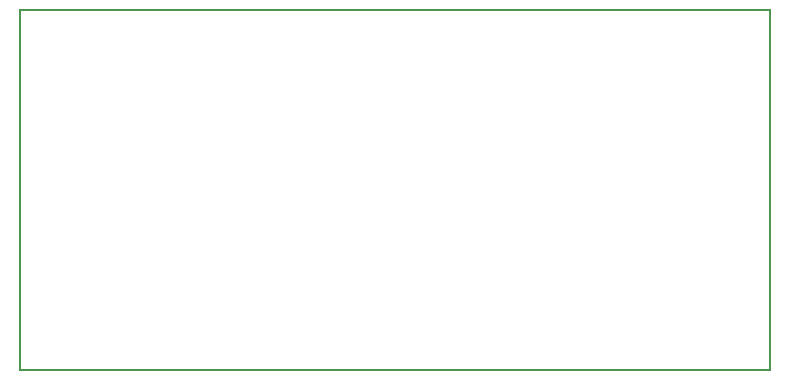
<source format=gbr>
G04 start of page 4 for group 2 idx 2 *
G04 Title: (unknown), outline *
G04 Creator: pcb 20140316 *
G04 CreationDate: Tue 13 Dec 2016 03:17:30 AM GMT UTC *
G04 For: railfan *
G04 Format: Gerber/RS-274X *
G04 PCB-Dimensions (mil): 2500.00 1200.00 *
G04 PCB-Coordinate-Origin: lower left *
%MOIN*%
%FSLAX25Y25*%
%LNOUTLINE*%
%ADD37R,0.0080X0.0080*%
G54D37*X0Y120000D02*Y0D01*
Y120000D02*X250000D01*
X0Y0D02*X250000D01*
Y120000D02*Y0D01*
M02*

</source>
